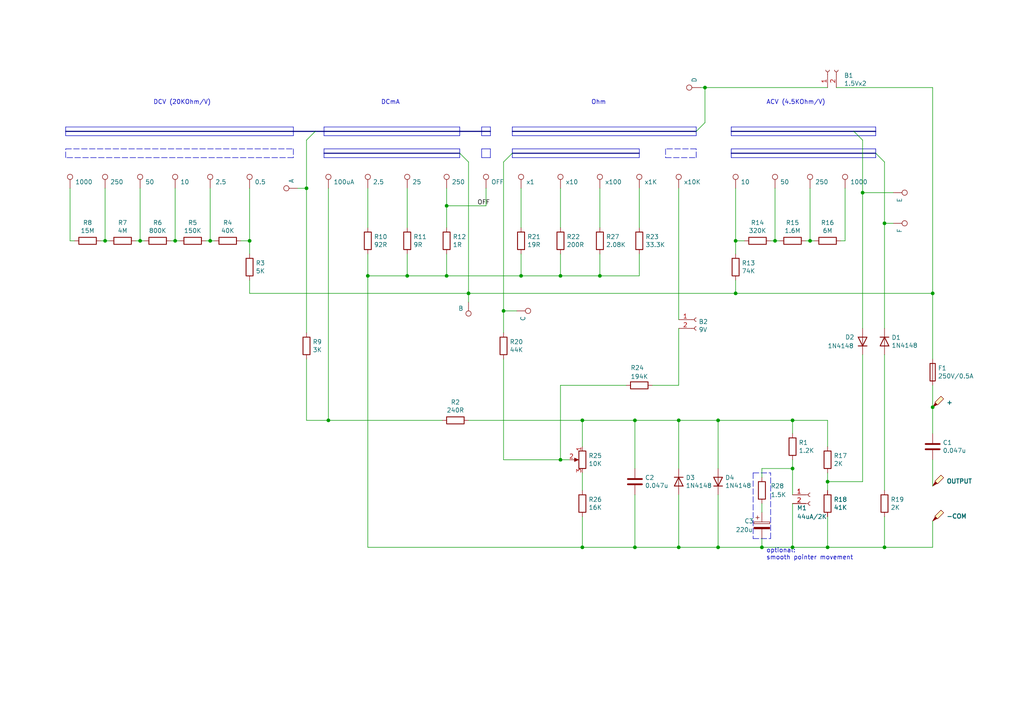
<source format=kicad_sch>
(kicad_sch (version 20211123) (generator eeschema)
  (paper "A4")
  (title_block (title "Sunma YX-360TRN Multitester") (date "2022-12-04") (rev "v01.2") (comment 2 "https://www.gnu.org/licenses/gpl.html") (comment 3 "License: GNU General Public License (GPL) version 3") (comment 4 "Author: Poly Electronics"))
  (lib_symbols
    (symbol "Connector:Conn_01x02_Female" (pin_names (offset 1.016) hide)
      (property "Reference" "J" (at 0 2.54 0))
      (property "Value" "Conn_01x02_Female" (at 0 -5.08 0))
      (symbol "Conn_01x02_Female_1_1"
        (arc (start 0 -2.032) (mid -0.508 -2.54) (end 0 -3.048) (stroke (width 0.1524)))
        (polyline (pts (xy -1.27 -2.54) (xy -0.508 -2.54)) (stroke (width 0.1524)))
        (polyline (pts (xy -1.27 0) (xy -0.508 0)) (stroke (width 0.1524)))
        (arc (start 0 0.508) (mid -0.508 0) (end 0 -0.508) (stroke (width 0.1524)))
        (pin passive line (at -5.08 0 0) (length 3.81) (name "Pin_1") (number "1"))
        (pin passive line (at -5.08 -2.54 0) (length 3.81) (name "Pin_2") (number "2"))
      )
    )
    (symbol "Connector:TestPoint" (pin_numbers hide) (pin_names (offset 0.762) hide)
      (property "Reference" "TP" (at 0 6.858 0))
      (property "Value" "TestPoint" (at 0 5.08 0))
      (symbol "TestPoint_0_1"
        (circle (center 0 3.302) (radius 0.762))
      )
      (symbol "TestPoint_1_1"
        (pin passive line (at 0 0 90) (length 2.54) (name "1") (number "1"))
      )
    )
    (symbol "Connector:TestPoint_Probe" (pin_numbers hide) (pin_names (offset 0.762) hide)
      (property "Reference" "TP" (at 1.651 5.842 0))
      (property "Value" "TestPoint_Probe" (at 1.651 4.064 0))
      (symbol "TestPoint_Probe_0_1"
        (polyline (pts (xy 1.27 0.762) (xy 0 0) (xy 0.762 1.27) (xy 1.27 0.762)) (fill (type outline)))
        (polyline (pts (xy 1.397 0.635) (xy 0.635 1.397) (xy 2.413 3.175) (xy 3.175 2.413) (xy 1.397 0.635)) (fill (type background)))
      )
      (symbol "TestPoint_Probe_1_1"
        (pin passive line (at 0 0 90) (length 0) (name "1") (number "1"))
      )
    )
    (symbol "Device:C" (pin_numbers hide) (pin_names (offset 0.254))
      (property "Reference" "C" (at 0.635 2.54 0))
      (property "Value" "C" (at 0.635 -2.54 0))
      (symbol "C_0_1"
        (polyline (pts (xy -2.032 -0.762) (xy 2.032 -0.762)) (stroke (width 0.508)))
        (polyline (pts (xy -2.032 0.762) (xy 2.032 0.762)) (stroke (width 0.508)))
      )
      (symbol "C_1_1"
        (pin passive line (at 0 3.81 270) (length 2.794) (name "~") (number "1"))
        (pin passive line (at 0 -3.81 90) (length 2.794) (name "~") (number "2"))
      )
    )
    (symbol "Device:C_Polarized" (pin_numbers hide) (pin_names (offset 0.254))
      (property "Reference" "C" (at 0.635 2.54 0))
      (property "Value" "C_Polarized" (at 0.635 -2.54 0))
      (symbol "C_Polarized_0_1"
        (rectangle (start -2.286 0.508) (end 2.286 1.016))
        (polyline (pts (xy -1.778 2.286) (xy -0.762 2.286)))
        (polyline (pts (xy -1.27 2.794) (xy -1.27 1.778)))
        (rectangle (start 2.286 -0.508) (end -2.286 -1.016) (fill (type outline)))
      )
      (symbol "C_Polarized_1_1"
        (pin passive line (at 0 3.81 270) (length 2.794) (name "~") (number "1"))
        (pin passive line (at 0 -3.81 90) (length 2.794) (name "~") (number "2"))
      )
    )
    (symbol "Device:Fuse" (pin_numbers hide) (pin_names (offset 0))
      (property "Reference" "F" (at 2.032 0 90))
      (property "Value" "Fuse" (at -1.905 0 90))
      (symbol "Fuse_0_1"
        (rectangle (start -0.762 -2.54) (end 0.762 2.54) (stroke (width 0.254)))
        (polyline (pts (xy 0 2.54) (xy 0 -2.54)))
      )
      (symbol "Fuse_1_1"
        (pin passive line (at 0 3.81 270) (length 1.27) (name "~") (number "1"))
        (pin passive line (at 0 -3.81 90) (length 1.27) (name "~") (number "2"))
      )
    )
    (symbol "Device:R" (pin_numbers hide) (pin_names (offset 0))
      (property "Reference" "R" (at 2.032 0 90))
      (property "Value" "R" (at 0 0 90))
      (symbol "R_0_1"
        (rectangle (start -1.016 -2.54) (end 1.016 2.54) (stroke (width 0.254)))
      )
      (symbol "R_1_1"
        (pin passive line (at 0 3.81 270) (length 1.27) (name "~") (number "1"))
        (pin passive line (at 0 -3.81 90) (length 1.27) (name "~") (number "2"))
      )
    )
    (symbol "Device:R_Potentiometer" (pin_names (offset 1.016) hide)
      (property "Reference" "RV" (at -4.445 0 90))
      (property "Value" "R_Potentiometer" (at -2.54 0 90))
      (symbol "R_Potentiometer_0_1"
        (polyline (pts (xy 2.54 0) (xy 1.524 0)))
        (polyline (pts (xy 1.143 0) (xy 2.286 0.508) (xy 2.286 -0.508) (xy 1.143 0)) (fill (type outline)))
        (rectangle (start 1.016 2.54) (end -1.016 -2.54) (stroke (width 0.254)))
      )
      (symbol "R_Potentiometer_1_1"
        (pin passive line (at 0 3.81 270) (length 1.27) (name "1") (number "1"))
        (pin passive line (at 3.81 0 180) (length 1.27) (name "2") (number "2"))
        (pin passive line (at 0 -3.81 90) (length 1.27) (name "3") (number "3"))
      )
    )
    (symbol "Diode:1N4148" (pin_numbers hide) (pin_names (offset 1.016) hide)
      (property "Reference" "D" (at 0 2.54 0))
      (property "Value" "1N4148" (at 0 -2.54 0))
      (symbol "1N4148_0_1"
        (polyline (pts (xy -1.27 1.27) (xy -1.27 -1.27)) (stroke (width 0.254)))
        (polyline (pts (xy 1.27 0) (xy -1.27 0)))
        (polyline (pts (xy 1.27 1.27) (xy 1.27 -1.27) (xy -1.27 0) (xy 1.27 1.27)) (stroke (width 0.254)))
      )
      (symbol "1N4148_1_1"
        (pin passive line (at -3.81 0 0) (length 2.54) (name "K") (number "1"))
        (pin passive line (at 3.81 0 180) (length 2.54) (name "A") (number "2"))
      )
    )
  )
  (junction (at 129.54 80.01))
  (junction (at 213.36 69.85))
  (junction (at 95.25 121.92))
  (junction (at 250.19 55.88))
  (junction (at 234.95 69.85))
  (junction (at 240.03 139.7))
  (junction (at 173.99 80.01))
  (junction (at 168.91 158.75))
  (junction (at 162.56 80.01))
  (junction (at 220.98 158.75))
  (junction (at 256.54 64.77))
  (junction (at 168.91 121.92))
  (junction (at 50.8 69.85))
  (junction (at 184.15 158.75))
  (junction (at 213.36 85.09))
  (junction (at 135.89 85.09))
  (junction (at 30.48 69.85))
  (junction (at 208.28 121.92))
  (junction (at 88.9 54.61))
  (junction (at 270.51 118.11))
  (junction (at 72.39 69.85))
  (junction (at 224.79 69.85))
  (junction (at 196.85 158.75))
  (junction (at 196.85 121.92))
  (junction (at 184.15 121.92))
  (junction (at 270.51 85.09))
  (junction (at 256.54 158.75))
  (junction (at 118.11 80.01))
  (junction (at 129.54 59.69))
  (junction (at 204.47 25.4))
  (junction (at 240.03 158.75))
  (junction (at 208.28 158.75))
  (junction (at 162.56 133.35))
  (junction (at 229.87 158.75))
  (junction (at 229.87 121.92))
  (junction (at 146.05 90.17))
  (junction (at 151.13 80.01))
  (junction (at 229.87 135.89))
  (junction (at 40.64 69.85))
  (junction (at 60.96 69.85))
  (junction (at 106.68 80.01))
  (bus_entry (at 250.19 40.64) (size -2.54 -2.54))
  (bus_entry (at 135.89 46.99) (size -2.54 -2.54))
  (bus_entry (at 201.93 38.1) (size 2.54 -2.54))
  (bus_entry (at 91.44 38.1) (size -2.54 2.54))
  (bus_entry (at 146.05 46.99) (size 2.54 -2.54))
  (bus_entry (at 256.54 46.99) (size -2.54 -2.54))
  (wire (pts (xy 72.39 85.09) (xy 135.89 85.09)))
  (wire (pts (xy 196.85 121.92) (xy 208.28 121.92)))
  (polyline (pts (xy 223.52 156.21) (xy 223.52 137.16)))
  (polyline (pts (xy 139.7 43.18) (xy 139.7 45.72)) (stroke (width 0) (type solid)))
  (wire (pts (xy 184.15 158.75) (xy 168.91 158.75)))
  (polyline (pts (xy 148.59 36.83) (xy 148.59 39.37)) (stroke (width 0) (type solid)))
  (wire (pts (xy 213.36 54.61) (xy 213.36 69.85)))
  (wire (pts (xy 245.11 54.61) (xy 245.11 69.85)))
  (polyline (pts (xy 254 45.72) (xy 212.09 45.72)) (stroke (width 0) (type solid)))
  (wire (pts (xy 236.22 69.85) (xy 234.95 69.85)))
  (wire (pts (xy 270.51 125.73) (xy 270.51 118.11)))
  (wire (pts (xy 88.9 121.92) (xy 88.9 104.14)))
  (polyline (pts (xy 93.98 43.18) (xy 133.35 43.18)) (stroke (width 0) (type solid)))
  (wire (pts (xy 250.19 95.25) (xy 250.19 55.88)))
  (wire (pts (xy 208.28 158.75) (xy 220.98 158.75)))
  (wire (pts (xy 118.11 73.66) (xy 118.11 80.01)))
  (wire (pts (xy 208.28 143.51) (xy 208.28 158.75)))
  (wire (pts (xy 40.64 69.85) (xy 41.91 69.85)))
  (polyline (pts (xy 218.44 137.16) (xy 223.52 137.16)))
  (wire (pts (xy 173.99 54.61) (xy 173.99 66.04)))
  (wire (pts (xy 60.96 69.85) (xy 62.23 69.85)))
  (polyline (pts (xy 193.04 45.72) (xy 201.93 45.72)))
  (wire (pts (xy 129.54 73.66) (xy 129.54 80.01)))
  (bus (pts (xy 19.05 38.1) (xy 91.44 38.1)))
  (wire (pts (xy 129.54 59.69) (xy 129.54 66.04)))
  (wire (pts (xy 196.85 158.75) (xy 184.15 158.75)))
  (wire (pts (xy 59.69 69.85) (xy 60.96 69.85)))
  (wire (pts (xy 213.36 85.09) (xy 213.36 81.28)))
  (wire (pts (xy 259.08 64.77) (xy 256.54 64.77)))
  (wire (pts (xy 204.47 35.56) (xy 204.47 25.4)))
  (wire (pts (xy 250.19 55.88) (xy 250.19 40.64)))
  (polyline (pts (xy 93.98 39.37) (xy 133.35 39.37)) (stroke (width 0) (type solid)))
  (wire (pts (xy 240.03 129.54) (xy 240.03 121.92)))
  (wire (pts (xy 40.64 54.61) (xy 40.64 69.85)))
  (polyline (pts (xy 133.35 43.18) (xy 133.35 45.72)) (stroke (width 0) (type solid)))
  (wire (pts (xy 240.03 139.7) (xy 240.03 142.24)))
  (wire (pts (xy 135.89 85.09) (xy 213.36 85.09)))
  (wire (pts (xy 270.51 118.11) (xy 270.51 111.76)))
  (wire (pts (xy 86.36 54.61) (xy 88.9 54.61)))
  (polyline (pts (xy 148.59 43.18) (xy 148.59 45.72)) (stroke (width 0) (type solid)))
  (wire (pts (xy 168.91 121.92) (xy 184.15 121.92)))
  (polyline (pts (xy 212.09 43.18) (xy 254 43.18)) (stroke (width 0) (type solid)))
  (bus (pts (xy 212.09 44.45) (xy 254 44.45)))
  (wire (pts (xy 72.39 69.85) (xy 72.39 73.66)))
  (polyline (pts (xy 139.7 36.83) (xy 139.7 39.37)) (stroke (width 0) (type solid)))
  (wire (pts (xy 196.85 95.25) (xy 196.85 111.76)))
  (polyline (pts (xy 193.04 43.18) (xy 193.04 45.72)))
  (wire (pts (xy 224.79 69.85) (xy 226.06 69.85)))
  (polyline (pts (xy 201.93 39.37) (xy 201.93 36.83)) (stroke (width 0) (type solid)))
  (wire (pts (xy 162.56 54.61) (xy 162.56 66.04)))
  (wire (pts (xy 213.36 73.66) (xy 213.36 69.85)))
  (wire (pts (xy 256.54 46.99) (xy 256.54 64.77)))
  (wire (pts (xy 168.91 158.75) (xy 168.91 149.86)))
  (wire (pts (xy 149.86 90.17) (xy 146.05 90.17)))
  (wire (pts (xy 151.13 80.01) (xy 129.54 80.01)))
  (wire (pts (xy 196.85 54.61) (xy 196.85 92.71)))
  (wire (pts (xy 229.87 146.05) (xy 229.87 158.75)))
  (polyline (pts (xy 254 39.37) (xy 254 36.83)) (stroke (width 0) (type solid)))
  (polyline (pts (xy 148.59 39.37) (xy 201.93 39.37)) (stroke (width 0) (type solid)))
  (polyline (pts (xy 218.44 137.16) (xy 218.44 156.21)))
  (wire (pts (xy 208.28 135.89) (xy 208.28 121.92)))
  (wire (pts (xy 256.54 64.77) (xy 256.54 95.25)))
  (wire (pts (xy 245.11 69.85) (xy 243.84 69.85)))
  (polyline (pts (xy 212.09 36.83) (xy 212.09 39.37)) (stroke (width 0) (type solid)))
  (wire (pts (xy 162.56 80.01) (xy 151.13 80.01)))
  (wire (pts (xy 20.32 69.85) (xy 21.59 69.85)))
  (wire (pts (xy 50.8 69.85) (xy 52.07 69.85)))
  (wire (pts (xy 30.48 54.61) (xy 30.48 69.85)))
  (wire (pts (xy 204.47 25.4) (xy 240.03 25.4)))
  (wire (pts (xy 165.1 133.35) (xy 162.56 133.35)))
  (wire (pts (xy 229.87 133.35) (xy 229.87 135.89)))
  (polyline (pts (xy 19.05 36.83) (xy 85.09 36.83)) (stroke (width 0) (type solid)))
  (wire (pts (xy 220.98 156.21) (xy 220.98 158.75)))
  (wire (pts (xy 196.85 135.89) (xy 196.85 121.92)))
  (polyline (pts (xy 185.42 45.72) (xy 185.42 43.18)) (stroke (width 0) (type solid)))
  (wire (pts (xy 106.68 80.01) (xy 106.68 73.66)))
  (wire (pts (xy 168.91 158.75) (xy 106.68 158.75)))
  (wire (pts (xy 29.21 69.85) (xy 30.48 69.85)))
  (wire (pts (xy 270.51 158.75) (xy 256.54 158.75)))
  (polyline (pts (xy 133.35 45.72) (xy 93.98 45.72)) (stroke (width 0) (type solid)))
  (wire (pts (xy 72.39 54.61) (xy 72.39 69.85)))
  (wire (pts (xy 220.98 158.75) (xy 229.87 158.75)))
  (wire (pts (xy 39.37 69.85) (xy 40.64 69.85)))
  (wire (pts (xy 50.8 54.61) (xy 50.8 69.85)))
  (wire (pts (xy 240.03 137.16) (xy 240.03 139.7)))
  (wire (pts (xy 270.51 25.4) (xy 270.51 85.09)))
  (wire (pts (xy 270.51 151.13) (xy 270.51 158.75)))
  (wire (pts (xy 213.36 85.09) (xy 270.51 85.09)))
  (polyline (pts (xy 254 43.18) (xy 254 45.72)) (stroke (width 0) (type solid)))
  (polyline (pts (xy 201.93 36.83) (xy 148.59 36.83)) (stroke (width 0) (type solid)))
  (wire (pts (xy 95.25 54.61) (xy 95.25 121.92)))
  (bus (pts (xy 133.35 44.45) (xy 93.98 44.45)))
  (wire (pts (xy 118.11 80.01) (xy 106.68 80.01)))
  (wire (pts (xy 146.05 133.35) (xy 162.56 133.35)))
  (wire (pts (xy 49.53 69.85) (xy 50.8 69.85)))
  (wire (pts (xy 146.05 104.14) (xy 146.05 133.35)))
  (wire (pts (xy 234.95 54.61) (xy 234.95 69.85)))
  (polyline (pts (xy 139.7 45.72) (xy 142.24 45.72)) (stroke (width 0) (type solid)))
  (wire (pts (xy 146.05 90.17) (xy 146.05 96.52)))
  (wire (pts (xy 220.98 135.89) (xy 229.87 135.89)))
  (polyline (pts (xy 139.7 39.37) (xy 142.24 39.37)) (stroke (width 0) (type solid)))
  (wire (pts (xy 203.2 25.4) (xy 204.47 25.4)))
  (polyline (pts (xy 212.09 43.18) (xy 212.09 45.72)) (stroke (width 0) (type solid)))
  (wire (pts (xy 140.97 54.61) (xy 140.97 59.69)))
  (wire (pts (xy 196.85 143.51) (xy 196.85 158.75)))
  (wire (pts (xy 106.68 158.75) (xy 106.68 80.01)))
  (wire (pts (xy 173.99 80.01) (xy 162.56 80.01)))
  (wire (pts (xy 135.89 87.63) (xy 135.89 85.09)))
  (wire (pts (xy 223.52 69.85) (xy 224.79 69.85)))
  (wire (pts (xy 20.32 54.61) (xy 20.32 69.85)))
  (polyline (pts (xy 212.09 39.37) (xy 254 39.37)) (stroke (width 0) (type solid)))
  (wire (pts (xy 151.13 66.04) (xy 151.13 54.61)))
  (wire (pts (xy 168.91 129.54) (xy 168.91 121.92)))
  (polyline (pts (xy 93.98 45.72) (xy 93.98 43.18)) (stroke (width 0) (type solid)))
  (wire (pts (xy 184.15 135.89) (xy 184.15 121.92)))
  (polyline (pts (xy 133.35 39.37) (xy 133.35 36.83)) (stroke (width 0) (type solid)))
  (wire (pts (xy 181.61 111.76) (xy 162.56 111.76)))
  (wire (pts (xy 185.42 80.01) (xy 173.99 80.01)))
  (bus (pts (xy 148.59 44.45) (xy 185.42 44.45)))
  (polyline (pts (xy 85.09 45.72) (xy 19.05 45.72)))
  (wire (pts (xy 129.54 54.61) (xy 129.54 59.69)))
  (polyline (pts (xy 254 36.83) (xy 212.09 36.83)) (stroke (width 0) (type solid)))
  (wire (pts (xy 220.98 138.43) (xy 220.98 135.89)))
  (polyline (pts (xy 19.05 39.37) (xy 19.05 36.83)) (stroke (width 0) (type solid)))
  (wire (pts (xy 224.79 54.61) (xy 224.79 69.85)))
  (wire (pts (xy 69.85 69.85) (xy 72.39 69.85)))
  (wire (pts (xy 256.54 102.87) (xy 256.54 142.24)))
  (wire (pts (xy 168.91 137.16) (xy 168.91 142.24)))
  (wire (pts (xy 60.96 54.61) (xy 60.96 69.85)))
  (wire (pts (xy 229.87 135.89) (xy 229.87 143.51)))
  (polyline (pts (xy 93.98 36.83) (xy 93.98 39.37)) (stroke (width 0) (type solid)))
  (wire (pts (xy 242.57 25.4) (xy 270.51 25.4)))
  (wire (pts (xy 151.13 73.66) (xy 151.13 80.01)))
  (wire (pts (xy 88.9 40.64) (xy 88.9 54.61)))
  (wire (pts (xy 173.99 73.66) (xy 173.99 80.01)))
  (polyline (pts (xy 85.09 36.83) (xy 85.09 39.37)) (stroke (width 0) (type solid)))
  (wire (pts (xy 234.95 69.85) (xy 233.68 69.85)))
  (polyline (pts (xy 142.24 45.72) (xy 142.24 43.18)) (stroke (width 0) (type solid)))
  (wire (pts (xy 128.27 121.92) (xy 95.25 121.92)))
  (bus (pts (xy 148.59 38.1) (xy 201.93 38.1)))
  (wire (pts (xy 256.54 149.86) (xy 256.54 158.75)))
  (wire (pts (xy 118.11 54.61) (xy 118.11 66.04)))
  (wire (pts (xy 162.56 111.76) (xy 162.56 133.35)))
  (polyline (pts (xy 201.93 45.72) (xy 201.93 43.18)))
  (polyline (pts (xy 185.42 43.18) (xy 148.59 43.18)) (stroke (width 0) (type solid)))
  (wire (pts (xy 184.15 143.51) (xy 184.15 158.75)))
  (wire (pts (xy 135.89 46.99) (xy 135.89 85.09)))
  (polyline (pts (xy 218.44 156.21) (xy 223.52 156.21)))
  (polyline (pts (xy 142.24 36.83) (xy 139.7 36.83)) (stroke (width 0) (type solid)))
  (wire (pts (xy 240.03 158.75) (xy 229.87 158.75)))
  (wire (pts (xy 250.19 102.87) (xy 250.19 139.7)))
  (wire (pts (xy 184.15 121.92) (xy 196.85 121.92)))
  (polyline (pts (xy 85.09 39.37) (xy 19.05 39.37)) (stroke (width 0) (type solid)))
  (wire (pts (xy 259.08 55.88) (xy 250.19 55.88)))
  (wire (pts (xy 189.23 111.76) (xy 196.85 111.76)))
  (wire (pts (xy 270.51 104.14) (xy 270.51 85.09)))
  (bus (pts (xy 91.44 38.1) (xy 142.24 38.1)))
  (polyline (pts (xy 201.93 43.18) (xy 193.04 43.18)))
  (wire (pts (xy 146.05 46.99) (xy 146.05 90.17)))
  (wire (pts (xy 208.28 121.92) (xy 229.87 121.92)))
  (wire (pts (xy 250.19 139.7) (xy 240.03 139.7)))
  (polyline (pts (xy 19.05 43.18) (xy 85.09 43.18)))
  (wire (pts (xy 185.42 54.61) (xy 185.42 66.04)))
  (bus (pts (xy 247.65 38.1) (xy 254 38.1)))
  (wire (pts (xy 72.39 81.28) (xy 72.39 85.09)))
  (wire (pts (xy 88.9 54.61) (xy 88.9 96.52)))
  (wire (pts (xy 106.68 66.04) (xy 106.68 54.61)))
  (polyline (pts (xy 142.24 43.18) (xy 139.7 43.18)) (stroke (width 0) (type solid)))
  (wire (pts (xy 208.28 158.75) (xy 196.85 158.75)))
  (polyline (pts (xy 85.09 43.18) (xy 85.09 45.72)))
  (wire (pts (xy 213.36 69.85) (xy 215.9 69.85)))
  (wire (pts (xy 229.87 125.73) (xy 229.87 121.92)))
  (bus (pts (xy 212.09 38.1) (xy 247.65 38.1)))
  (wire (pts (xy 135.89 121.92) (xy 168.91 121.92)))
  (wire (pts (xy 240.03 149.86) (xy 240.03 158.75)))
  (wire (pts (xy 240.03 158.75) (xy 256.54 158.75)))
  (wire (pts (xy 129.54 80.01) (xy 118.11 80.01)))
  (wire (pts (xy 162.56 73.66) (xy 162.56 80.01)))
  (wire (pts (xy 185.42 73.66) (xy 185.42 80.01)))
  (polyline (pts (xy 142.24 39.37) (xy 142.24 36.83)) (stroke (width 0) (type solid)))
  (polyline (pts (xy 148.59 45.72) (xy 185.42 45.72)) (stroke (width 0) (type solid)))
  (wire (pts (xy 95.25 121.92) (xy 88.9 121.92)))
  (wire (pts (xy 270.51 140.97) (xy 270.51 133.35)))
  (wire (pts (xy 140.97 59.69) (xy 129.54 59.69)))
  (wire (pts (xy 240.03 121.92) (xy 229.87 121.92)))
  (polyline (pts (xy 19.05 45.72) (xy 19.05 43.18)))
  (wire (pts (xy 30.48 69.85) (xy 31.75 69.85)))
  (wire (pts (xy 220.98 146.05) (xy 220.98 148.59)))
  (polyline (pts (xy 133.35 36.83) (xy 93.98 36.83)) (stroke (width 0) (type solid)))
  (text "DCmA" (at 110.49 30.48 0) (effects (font (size 1.27 1.27)) (justify left bottom)))
  (text "optional:\nsmooth pointer movement" (at 222.25 162.56 0) (effects (font (size 1.27 1.27)) (justify left bottom)))
  (text "DCV (20KOhm/V)" (at 44.45 30.48 0) (effects (font (size 1.27 1.27)) (justify left bottom)))
  (text "ACV (4.5KOhm/V)" (at 222.25 30.48 0) (effects (font (size 1.27 1.27)) (justify left bottom)))
  (text "Ohm" (at 171.45 30.48 0) (effects (font (size 1.27 1.27)) (justify left bottom)))
  (label "OFF" (at 138.43 59.69 0))
  (symbol (lib_id "Device:R") (at 25.4 69.85 270) (unit 1)
    (property "Reference" "R8" (at 25.4 64.5922 90))
    (property "Value" "15M" (at 25.4 66.9036 90))
    (property "Footprint" "Resistor_SMD:R_1206_3216Metric" (effects hide))
  )
  (symbol (lib_id "Device:R") (at 35.56 69.85 270) (unit 1)
    (property "Reference" "R7" (at 35.56 64.5922 90))
    (property "Value" "4M" (at 35.56 66.9036 90))
    (property "Footprint" "Resistor_SMD:R_1206_3216Metric" (effects hide))
  )
  (symbol (lib_id "Device:R") (at 45.72 69.85 270) (unit 1)
    (property "Reference" "R6" (at 45.72 64.5922 90))
    (property "Value" "800K" (at 45.72 66.9036 90))
    (property "Footprint" "Resistor_SMD:R_1206_3216Metric" (effects hide))
  )
  (symbol (lib_id "Device:R") (at 55.88 69.85 270) (unit 1)
    (property "Reference" "R5" (at 55.88 64.5922 90))
    (property "Value" "150K" (at 55.88 66.9036 90))
    (property "Footprint" "Resistor_SMD:R_1206_3216Metric" (effects hide))
  )
  (symbol (lib_id "Device:R") (at 66.04 69.85 270) (unit 1)
    (property "Reference" "R4" (at 66.04 64.5922 90))
    (property "Value" "40K" (at 66.04 66.9036 90))
    (property "Footprint" "Resistor_SMD:R_1206_3216Metric" (effects hide))
  )
  (symbol (lib_id "Device:R") (at 72.39 77.47 180) (unit 1)
    (property "Reference" "R3" (at 74.168 76.3016 0) (effects (justify right)))
    (property "Value" "5K" (at 74.168 78.613 0) (effects (justify right)))
    (property "Footprint" "Resistor_SMD:R_1206_3216Metric" (effects hide))
  )
  (symbol (lib_id "Device:R") (at 106.68 69.85 180) (unit 1)
    (property "Reference" "R10" (at 108.458 68.6816 0) (effects (justify right)))
    (property "Value" "92R" (at 108.458 70.993 0) (effects (justify right)))
    (property "Footprint" "Resistor_SMD:R_1206_3216Metric" (effects hide))
  )
  (symbol (lib_id "Device:R") (at 118.11 69.85 180) (unit 1)
    (property "Reference" "R11" (at 119.888 68.6816 0) (effects (justify right)))
    (property "Value" "9R" (at 119.888 70.993 0) (effects (justify right)))
    (property "Footprint" "Resistor_SMD:R_1206_3216Metric" (effects hide))
  )
  (symbol (lib_id "Device:R") (at 129.54 69.85 180) (unit 1)
    (property "Reference" "R12" (at 131.318 68.6816 0) (effects (justify right)))
    (property "Value" "1R" (at 131.318 70.993 0) (effects (justify right)))
    (property "Footprint" "Resistor_SMD:R_1206_3216Metric" (effects hide))
  )
  (symbol (lib_id "Device:R") (at 151.13 69.85 180) (unit 1)
    (property "Reference" "R21" (at 152.908 68.6816 0) (effects (justify right)))
    (property "Value" "19R" (at 152.908 70.993 0) (effects (justify right)))
    (property "Footprint" "Resistor_SMD:R_1206_3216Metric" (effects hide))
  )
  (symbol (lib_id "Device:R") (at 162.56 69.85 180) (unit 1)
    (property "Reference" "R22" (at 164.338 68.6816 0) (effects (justify right)))
    (property "Value" "200R" (at 164.338 70.993 0) (effects (justify right)))
    (property "Footprint" "Resistor_SMD:R_1206_3216Metric" (effects hide))
  )
  (symbol (lib_id "Device:R") (at 173.99 69.85 180) (unit 1)
    (property "Reference" "R27" (at 175.768 68.6816 0) (effects (justify right)))
    (property "Value" "2.08K" (at 175.768 70.993 0) (effects (justify right)))
    (property "Footprint" "Resistor_SMD:R_1206_3216Metric" (effects hide))
  )
  (symbol (lib_id "Device:R") (at 185.42 69.85 180) (unit 1)
    (property "Reference" "R23" (at 187.198 68.6816 0) (effects (justify right)))
    (property "Value" "33.3K" (at 187.198 70.993 0) (effects (justify right)))
    (property "Footprint" "Resistor_SMD:R_1206_3216Metric" (effects hide))
  )
  (symbol (lib_id "Device:R") (at 185.42 111.76 90) (unit 1)
    (property "Reference" "R24" (at 182.88 106.68 90) (effects (justify right)))
    (property "Value" "194K" (at 182.88 109.22 90) (effects (justify right)))
    (property "Footprint" "Resistor_SMD:R_1206_3216Metric" (effects hide))
  )
  (symbol (lib_id "Device:R") (at 219.71 69.85 270) (unit 1)
    (property "Reference" "R14" (at 219.71 64.5922 90))
    (property "Value" "320K" (at 219.71 66.9036 90))
    (property "Footprint" "Resistor_SMD:R_1206_3216Metric" (effects hide))
  )
  (symbol (lib_id "Device:R") (at 213.36 77.47 180) (unit 1)
    (property "Reference" "R13" (at 215.138 76.3016 0) (effects (justify right)))
    (property "Value" "74K" (at 215.138 78.613 0) (effects (justify right)))
    (property "Footprint" "Resistor_SMD:R_1206_3216Metric" (effects hide))
  )
  (symbol (lib_id "Device:R") (at 229.87 69.85 270) (unit 1)
    (property "Reference" "R15" (at 229.87 64.5922 90))
    (property "Value" "1.6M" (at 229.87 66.9036 90))
    (property "Footprint" "Resistor_SMD:R_1206_3216Metric" (effects hide))
  )
  (symbol (lib_id "Device:R") (at 240.03 69.85 270) (unit 1)
    (property "Reference" "R16" (at 240.03 64.5922 90))
    (property "Value" "6M" (at 240.03 66.9036 90))
    (property "Footprint" "Resistor_SMD:R_1206_3216Metric" (effects hide))
  )
  (symbol (lib_id "Device:Fuse") (at 270.51 107.95 0) (unit 1)
    (property "Reference" "F1" (at 272.034 106.7816 0) (effects (justify left)))
    (property "Value" "250V/0.5A" (at 272.034 109.093 0) (effects (justify left)))
    (property "Footprint" "Fuse:Fuseholder_Cylinder-5x20mm_Stelvio-Kontek_PTF78_Horizontal_Open" (effects hide))
  )
  (symbol (lib_id "Device:C") (at 270.51 129.54 0) (unit 1)
    (property "Reference" "C1" (at 273.431 128.3716 0) (effects (justify left)))
    (property "Value" "0.047u" (at 273.431 130.683 0) (effects (justify left)))
    (property "Footprint" "Capacitor_SMD:C_1206_3216Metric" (effects hide))
  )
  (symbol (lib_id "Diode:1N4148") (at 250.19 99.06 90) (unit 1)
    (property "Reference" "D2" (at 245.11 97.79 90) (effects (justify right)))
    (property "Value" "1N4148" (at 240.03 100.33 90) (effects (justify right)))
    (property "Footprint" "Diode_SMD:D_MiniMELF" (effects hide))
    (property "Datasheet" "https://assets.nexperia.com/documents/data-sheet/1N4148_1N4448.pdf" (effects hide))
  )
  (symbol (lib_id "Diode:1N4148") (at 256.54 99.06 270) (unit 1)
    (property "Reference" "D1" (at 258.572 97.8916 90) (effects (justify left)))
    (property "Value" "1N4148" (at 258.572 100.203 90) (effects (justify left)))
    (property "Footprint" "Diode_SMD:D_MiniMELF" (effects hide))
    (property "Datasheet" "https://assets.nexperia.com/documents/data-sheet/1N4148_1N4448.pdf" (effects hide))
  )
  (symbol (lib_id "Device:R") (at 88.9 100.33 180) (unit 1)
    (property "Reference" "R9" (at 90.678 99.1616 0) (effects (justify right)))
    (property "Value" "3K" (at 90.678 101.473 0) (effects (justify right)))
    (property "Footprint" "Resistor_SMD:R_1206_3216Metric" (effects hide))
  )
  (symbol (lib_id "Device:R") (at 132.08 121.92 270) (unit 1)
    (property "Reference" "R2" (at 132.08 116.6622 90))
    (property "Value" "240R" (at 132.08 118.9736 90))
    (property "Footprint" "Resistor_SMD:R_1206_3216Metric" (effects hide))
  )
  (symbol (lib_id "Device:R") (at 146.05 100.33 180) (unit 1)
    (property "Reference" "R20" (at 147.828 99.1616 0) (effects (justify right)))
    (property "Value" "44K" (at 147.828 101.473 0) (effects (justify right)))
    (property "Footprint" "Resistor_SMD:R_1206_3216Metric" (effects hide))
  )
  (symbol (lib_id "Device:R_Potentiometer") (at 168.91 133.35 0) (mirror y) (unit 1)
    (property "Reference" "R25" (at 170.688 132.1816 0) (effects (justify right)))
    (property "Value" "10K" (at 170.688 134.493 0) (effects (justify right)))
    (property "Footprint" "Potentiometer_THT:Potentiometer_Omeg_PC16BU_Vertical" (effects hide))
  )
  (symbol (lib_id "Device:R") (at 240.03 133.35 180) (unit 1)
    (property "Reference" "R17" (at 241.808 132.1816 0) (effects (justify right)))
    (property "Value" "2K" (at 241.808 134.493 0) (effects (justify right)))
    (property "Footprint" "Resistor_SMD:R_1206_3216Metric" (effects hide))
  )
  (symbol (lib_id "Device:C") (at 184.15 139.7 0) (unit 1)
    (property "Reference" "C2" (at 187.071 138.5316 0) (effects (justify left)))
    (property "Value" "0.047u" (at 187.071 140.843 0) (effects (justify left)))
    (property "Footprint" "Capacitor_SMD:C_1206_3216Metric" (effects hide))
  )
  (symbol (lib_id "Diode:1N4148") (at 196.85 139.7 270) (unit 1)
    (property "Reference" "D3" (at 198.882 138.5316 90) (effects (justify left)))
    (property "Value" "1N4148" (at 198.882 140.843 90) (effects (justify left)))
    (property "Footprint" "Diode_SMD:D_MiniMELF" (effects hide))
    (property "Datasheet" "https://assets.nexperia.com/documents/data-sheet/1N4148_1N4448.pdf" (effects hide))
  )
  (symbol (lib_id "Diode:1N4148") (at 208.28 139.7 90) (unit 1)
    (property "Reference" "D4" (at 210.312 138.5316 90) (effects (justify right)))
    (property "Value" "1N4148" (at 210.312 140.843 90) (effects (justify right)))
    (property "Footprint" "Diode_SMD:D_MiniMELF" (effects hide))
    (property "Datasheet" "https://assets.nexperia.com/documents/data-sheet/1N4148_1N4448.pdf" (effects hide))
  )
  (symbol (lib_id "Device:R") (at 240.03 146.05 180) (unit 1)
    (property "Reference" "R18" (at 241.808 144.8816 0) (effects (justify right)))
    (property "Value" "41K" (at 241.808 147.193 0) (effects (justify right)))
    (property "Footprint" "Resistor_SMD:R_1206_3216Metric" (effects hide))
  )
  (symbol (lib_id "Connector:Conn_01x02_Female") (at 201.93 92.71 0) (unit 1)
    (property "Reference" "B2" (at 202.6412 93.3196 0) (effects (justify left)))
    (property "Value" "9V" (at 202.6412 95.631 0) (effects (justify left)))
    (property "Footprint" "Connector_PinHeader_2.54mm:PinHeader_1x02_P2.54mm_Vertical" (effects hide))
  )
  (symbol (lib_id "Connector:Conn_01x02_Female") (at 240.03 20.32 90) (unit 1)
    (property "Reference" "B1" (at 244.8052 21.8948 90) (effects (justify right)))
    (property "Value" "1.5Vx2" (at 244.8052 24.2062 90) (effects (justify right)))
    (property "Footprint" "Connector_PinHeader_2.54mm:PinHeader_1x02_P2.54mm_Vertical" (effects hide))
  )
  (symbol (lib_id "Connector:Conn_01x02_Female") (at 234.95 143.51 0) (unit 1)
    (property "Reference" "M1" (at 231.14 147.32 0) (effects (justify left)))
    (property "Value" "44uA/2K" (at 231.14 149.86 0) (effects (justify left)))
    (property "Footprint" "Connector_PinHeader_2.54mm:PinHeader_1x02_P2.54mm_Vertical" (effects hide))
  )
  (symbol (lib_id "Connector:TestPoint") (at 86.36 54.61 90) (unit 1)
    (property "Reference" "TP7" (effects hide))
    (property "Value" "A" (at 84.5312 53.1368 0) (effects (justify left)))
    (property "Footprint" "TestPoint:TestPoint_Pad_D1.0mm" (effects hide))
  )
  (symbol (lib_id "Connector:TestPoint") (at 135.89 87.63 180) (unit 1)
    (property "Reference" "TP22" (effects hide))
    (property "Value" "B" (at 134.4168 89.4588 0) (effects (justify left)))
    (property "Footprint" "TestPoint:TestPoint_Pad_D1.0mm" (effects hide))
  )
  (symbol (lib_id "Connector:TestPoint") (at 149.86 90.17 270) (unit 1)
    (property "Reference" "TP26" (effects hide))
    (property "Value" "C" (at 151.6888 91.6432 0) (effects (justify left)))
    (property "Footprint" "TestPoint:TestPoint_Pad_D1.0mm" (effects hide))
  )
  (symbol (lib_id "Connector:TestPoint") (at 203.2 25.4 90) (unit 1)
    (property "Reference" "TP27" (effects hide))
    (property "Value" "D" (at 201.3712 23.9268 0) (effects (justify left)))
    (property "Footprint" "TestPoint:TestPoint_Pad_D1.0mm" (effects hide))
  )
  (symbol (lib_id "Connector:TestPoint") (at 259.08 55.88 270) (unit 1)
    (property "Reference" "TP28" (effects hide))
    (property "Value" "E" (at 260.9088 57.3532 0) (effects (justify left)))
    (property "Footprint" "TestPoint:TestPoint_Pad_D1.0mm" (effects hide))
  )
  (symbol (lib_id "Connector:TestPoint") (at 259.08 64.77 270) (unit 1)
    (property "Reference" "TP29" (effects hide))
    (property "Value" "F" (at 260.9088 66.2432 0) (effects (justify left)))
    (property "Footprint" "TestPoint:TestPoint_Pad_D1.0mm" (effects hide))
  )
  (symbol (lib_id "Device:R") (at 256.54 146.05 180) (unit 1)
    (property "Reference" "R19" (at 258.318 144.8816 0) (effects (justify right)))
    (property "Value" "2K" (at 258.318 147.193 0) (effects (justify right)))
    (property "Footprint" "Resistor_SMD:R_1206_3216Metric" (effects hide))
  )
  (symbol (lib_id "Device:R") (at 168.91 146.05 180) (unit 1)
    (property "Reference" "R26" (at 170.688 144.8816 0) (effects (justify right)))
    (property "Value" "16K" (at 170.688 147.193 0) (effects (justify right)))
    (property "Footprint" "Resistor_SMD:R_1206_3216Metric" (effects hide))
  )
  (symbol (lib_id "Device:R") (at 229.87 129.54 180) (unit 1)
    (property "Reference" "R1" (at 231.648 128.3716 0) (effects (justify right)))
    (property "Value" "1.2K" (at 231.648 130.683 0) (effects (justify right)))
    (property "Footprint" "Resistor_SMD:R_1206_3216Metric" (effects hide))
  )
  (symbol (lib_id "Connector:TestPoint") (at 20.32 54.61 0) (unit 1)
    (property "Reference" "TP1" (effects hide))
    (property "Value" "1000" (at 21.7932 52.7812 0) (effects (justify left)))
    (property "Footprint" "TestPoint:TestPoint_Pad_D1.0mm" (effects hide))
  )
  (symbol (lib_id "Connector:TestPoint") (at 30.48 54.61 0) (unit 1)
    (property "Reference" "TP2" (effects hide))
    (property "Value" "250" (at 31.9532 52.7812 0) (effects (justify left)))
    (property "Footprint" "TestPoint:TestPoint_Pad_D1.0mm" (effects hide))
  )
  (symbol (lib_id "Connector:TestPoint") (at 40.64 54.61 0) (unit 1)
    (property "Reference" "TP3" (effects hide))
    (property "Value" "50" (at 42.1132 52.7812 0) (effects (justify left)))
    (property "Footprint" "TestPoint:TestPoint_Pad_D1.0mm" (effects hide))
  )
  (symbol (lib_id "Connector:TestPoint") (at 50.8 54.61 0) (unit 1)
    (property "Reference" "TP4" (effects hide))
    (property "Value" "10" (at 52.2732 52.7812 0) (effects (justify left)))
    (property "Footprint" "TestPoint:TestPoint_Pad_D1.0mm" (effects hide))
  )
  (symbol (lib_id "Connector:TestPoint") (at 60.96 54.61 0) (unit 1)
    (property "Reference" "TP5" (effects hide))
    (property "Value" "2.5" (at 62.4332 52.7812 0) (effects (justify left)))
    (property "Footprint" "TestPoint:TestPoint_Pad_D1.0mm" (effects hide))
  )
  (symbol (lib_id "Connector:TestPoint") (at 72.39 54.61 0) (unit 1)
    (property "Reference" "TP6" (effects hide))
    (property "Value" "0.5" (at 73.8632 52.7812 0) (effects (justify left)))
    (property "Footprint" "TestPoint:TestPoint_Pad_D1.0mm" (effects hide))
  )
  (symbol (lib_id "Connector:TestPoint") (at 95.25 54.61 0) (unit 1)
    (property "Reference" "TP8" (effects hide))
    (property "Value" "100uA" (at 96.7232 52.7812 0) (effects (justify left)))
    (property "Footprint" "TestPoint:TestPoint_Pad_D1.0mm" (effects hide))
  )
  (symbol (lib_id "Connector:TestPoint") (at 106.68 54.61 0) (unit 1)
    (property "Reference" "TP9" (effects hide))
    (property "Value" "2.5" (at 108.1532 52.7812 0) (effects (justify left)))
    (property "Footprint" "TestPoint:TestPoint_Pad_D1.0mm" (effects hide))
  )
  (symbol (lib_id "Connector:TestPoint") (at 118.11 54.61 0) (unit 1)
    (property "Reference" "TP10" (effects hide))
    (property "Value" "25" (at 119.5832 52.7812 0) (effects (justify left)))
    (property "Footprint" "TestPoint:TestPoint_Pad_D1.0mm" (effects hide))
  )
  (symbol (lib_id "Connector:TestPoint") (at 129.54 54.61 0) (unit 1)
    (property "Reference" "TP11" (effects hide))
    (property "Value" "250" (at 131.0132 52.7812 0) (effects (justify left)))
    (property "Footprint" "TestPoint:TestPoint_Pad_D1.0mm" (effects hide))
  )
  (symbol (lib_id "Connector:TestPoint") (at 140.97 54.61 0) (unit 1)
    (property "Reference" "TP12" (effects hide))
    (property "Value" "OFF" (at 142.4432 52.7812 0) (effects (justify left)))
    (property "Footprint" "TestPoint:TestPoint_Pad_D1.0mm" (effects hide))
  )
  (symbol (lib_id "Connector:TestPoint") (at 245.11 54.61 0) (unit 1)
    (property "Reference" "TP21" (effects hide))
    (property "Value" "1000" (at 246.5832 52.7812 0) (effects (justify left)))
    (property "Footprint" "TestPoint:TestPoint_Pad_D1.0mm" (effects hide))
  )
  (symbol (lib_id "Connector:TestPoint") (at 234.95 54.61 0) (unit 1)
    (property "Reference" "TP20" (effects hide))
    (property "Value" "250" (at 236.4232 52.7812 0) (effects (justify left)))
    (property "Footprint" "TestPoint:TestPoint_Pad_D1.0mm" (effects hide))
  )
  (symbol (lib_id "Connector:TestPoint") (at 224.79 54.61 0) (unit 1)
    (property "Reference" "TP19" (effects hide))
    (property "Value" "50" (at 226.2632 52.7812 0) (effects (justify left)))
    (property "Footprint" "TestPoint:TestPoint_Pad_D1.0mm" (effects hide))
  )
  (symbol (lib_id "Connector:TestPoint") (at 213.36 54.61 0) (unit 1)
    (property "Reference" "TP18" (effects hide))
    (property "Value" "10" (at 214.8332 52.7812 0) (effects (justify left)))
    (property "Footprint" "TestPoint:TestPoint_Pad_D1.0mm" (effects hide))
  )
  (symbol (lib_id "Connector:TestPoint") (at 151.13 54.61 0) (unit 1)
    (property "Reference" "TP13" (effects hide))
    (property "Value" "x1" (at 152.6032 52.7812 0) (effects (justify left)))
    (property "Footprint" "TestPoint:TestPoint_Pad_D1.0mm" (effects hide))
  )
  (symbol (lib_id "Connector:TestPoint") (at 162.56 54.61 0) (unit 1)
    (property "Reference" "TP14" (effects hide))
    (property "Value" "x10" (at 164.0332 52.7812 0) (effects (justify left)))
    (property "Footprint" "TestPoint:TestPoint_Pad_D1.0mm" (effects hide))
  )
  (symbol (lib_id "Connector:TestPoint") (at 173.99 54.61 0) (unit 1)
    (property "Reference" "TP15" (effects hide))
    (property "Value" "x100" (at 175.4632 52.7812 0) (effects (justify left)))
    (property "Footprint" "TestPoint:TestPoint_Pad_D1.0mm" (effects hide))
  )
  (symbol (lib_id "Connector:TestPoint") (at 185.42 54.61 0) (unit 1)
    (property "Reference" "TP16" (effects hide))
    (property "Value" "x1K" (at 186.8932 52.7812 0) (effects (justify left)))
    (property "Footprint" "TestPoint:TestPoint_Pad_D1.0mm" (effects hide))
  )
  (symbol (lib_id "Connector:TestPoint") (at 196.85 54.61 0) (unit 1)
    (property "Reference" "TP17" (effects hide))
    (property "Value" "x10K" (at 198.3232 52.7812 0) (effects (justify left)))
    (property "Footprint" "TestPoint:TestPoint_Pad_D1.0mm" (effects hide))
  )
  (symbol (lib_id "Connector:TestPoint_Probe") (at 270.51 151.13 0) (unit 1)
    (property "Reference" "TP25" (effects hide))
    (property "Value" "-COM" (at 274.3962 149.733 0) (effects (font bold) (justify left)))
    (property "Footprint" "MountingHole:MountingHole_4.5mm_Pad" (effects hide))
  )
  (symbol (lib_id "Connector:TestPoint_Probe") (at 270.51 140.97 0) (unit 1)
    (property "Reference" "TP24" (effects hide))
    (property "Value" "OUTPUT" (at 274.3962 139.573 0) (effects (font bold) (justify left)))
    (property "Footprint" "MountingHole:MountingHole_4.5mm_Pad" (effects hide))
  )
  (symbol (lib_id "Connector:TestPoint_Probe") (at 270.51 118.11 0) (unit 1)
    (property "Reference" "TP23" (effects hide))
    (property "Value" "+" (at 274.3708 116.713 0) (effects (font bold) (justify left)))
    (property "Footprint" "MountingHole:MountingHole_4.5mm_Pad" (effects hide))
  )
  (symbol (lib_id "Device:C_Polarized") (at 220.98 152.4 0) (unit 1)
    (property "Reference" "C3" (at 215.9 151.13 0) (effects (justify left)))
    (property "Value" "220u" (at 213.36 153.67 0) (effects (justify left)))
    (property "Footprint" "Capacitor_THT:C_Radial_D8.0mm_H11.5mm_P3.50mm" (effects hide))
  )
  (symbol (lib_id "Device:R") (at 220.98 142.24 0) (unit 1)
    (property "Reference" "R28" (at 223.52 140.97 0) (effects (justify left)))
    (property "Value" "1.5K" (at 223.52 143.51 0) (effects (justify left)))
    (property "Footprint" "Resistor_SMD:R_1206_3216Metric" (effects hide))
  )
)
</source>
